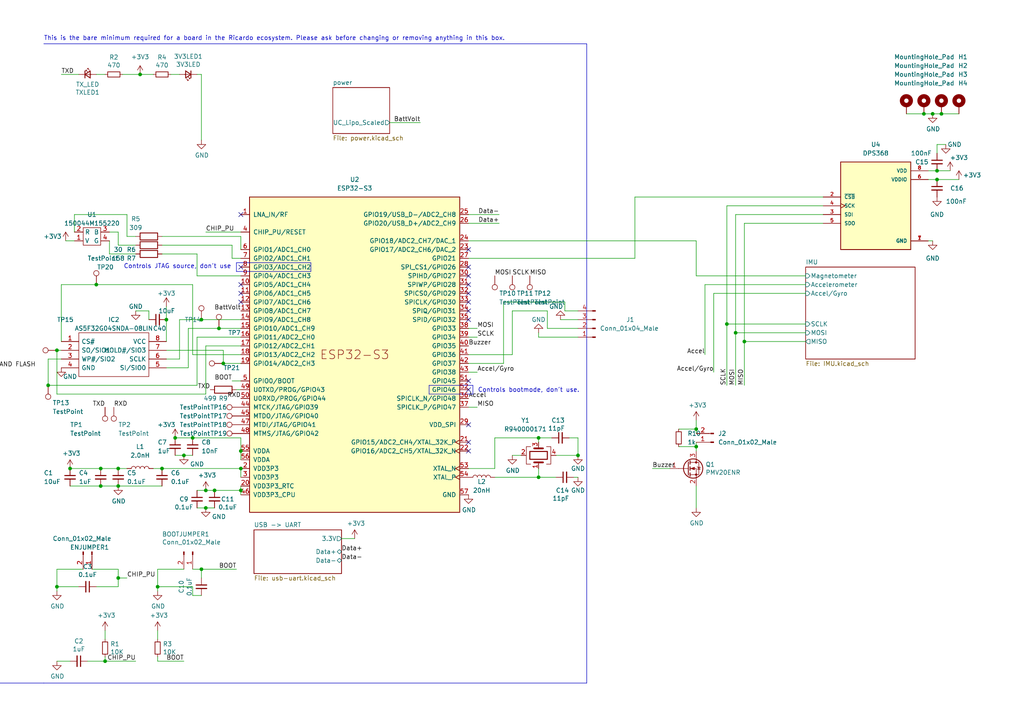
<source format=kicad_sch>
(kicad_sch (version 20231120) (generator "eeschema") (generator_version "8.0")
  (paper "A4")
  (lib_symbols
    (symbol "Connector:Conn_01x02_Male" (pin_names (offset 1.016) hide)
      (property "Reference" "J" (at 0 2.54 0))
      (property "Value" "Conn_01x02_Male" (at 0 -5.08 0))
      (symbol "Conn_01x02_Male_1_1"
        (polyline (pts (xy 1.27 -2.54) (xy 0.8636 -2.54)) (stroke (width 0.1524)))
        (polyline (pts (xy 1.27 0) (xy 0.8636 0)) (stroke (width 0.1524)))
        (rectangle (start 0.8636 -2.413) (end 0 -2.667) (stroke (width 0.1524)) (fill (type outline)))
        (rectangle (start 0.8636 0.127) (end 0 -0.127) (stroke (width 0.1524)) (fill (type outline)))
        (pin passive line (at 5.08 0 180) (length 3.81) (name "Pin_1") (number "1"))
        (pin passive line (at 5.08 -2.54 180) (length 3.81) (name "Pin_2") (number "2"))
      )
    )
    (symbol "Connector:Conn_01x04_Male" (pin_names (offset 1.016) hide)
      (property "Reference" "J" (at 0 5.08 0))
      (property "Value" "Conn_01x04_Male" (at 0 -7.62 0))
      (symbol "Conn_01x04_Male_1_1"
        (polyline (pts (xy 1.27 -5.08) (xy 0.8636 -5.08)) (stroke (width 0.1524)))
        (polyline (pts (xy 1.27 -2.54) (xy 0.8636 -2.54)) (stroke (width 0.1524)))
        (polyline (pts (xy 1.27 0) (xy 0.8636 0)) (stroke (width 0.1524)))
        (polyline (pts (xy 1.27 2.54) (xy 0.8636 2.54)) (stroke (width 0.1524)))
        (rectangle (start 0.8636 -4.953) (end 0 -5.207) (stroke (width 0.1524)) (fill (type outline)))
        (rectangle (start 0.8636 -2.413) (end 0 -2.667) (stroke (width 0.1524)) (fill (type outline)))
        (rectangle (start 0.8636 0.127) (end 0 -0.127) (stroke (width 0.1524)) (fill (type outline)))
        (rectangle (start 0.8636 2.667) (end 0 2.413) (stroke (width 0.1524)) (fill (type outline)))
        (pin passive line (at 5.08 2.54 180) (length 3.81) (name "Pin_1") (number "1"))
        (pin passive line (at 5.08 0 180) (length 3.81) (name "Pin_2") (number "2"))
        (pin passive line (at 5.08 -2.54 180) (length 3.81) (name "Pin_3") (number "3"))
        (pin passive line (at 5.08 -5.08 180) (length 3.81) (name "Pin_4") (number "4"))
      )
    )
    (symbol "Connector:TestPoint" (pin_numbers hide) (pin_names (offset 0.762) hide)
      (property "Reference" "TP" (at 0 6.858 0))
      (property "Value" "TestPoint" (at 0 5.08 0))
      (symbol "TestPoint_0_1"
        (circle (center 0 3.302) (radius 0.762))
      )
      (symbol "TestPoint_1_1"
        (pin passive line (at 0 0 90) (length 2.54) (name "1") (number "1"))
      )
    )
    (symbol "Custom_Components:DPS310" (pin_names (offset 1.016))
      (property "Reference" "U" (at -1.27 13.97 0))
      (property "Value" "DPS310" (at -3.81 19.05 0))
      (symbol "DPS310_0_0"
        (rectangle (start -10.16 -12.7) (end 10.16 12.7) (stroke (width 0.254)) (fill (type background)))
        (pin power_in line (at 15.24 -10.16 180) (length 5.08) (name "GND") (number "1"))
        (pin input line (at -15.24 2.54 0) (length 5.08) (name "~{CSB}") (number "2"))
        (pin bidirectional line (at -15.24 -2.54 0) (length 5.08) (name "SDI") (number "3"))
        (pin input clock (at -15.24 0 0) (length 5.08) (name "SCK") (number "4"))
        (pin output line (at -15.24 -5.08 0) (length 5.08) (name "SDO") (number "5"))
        (pin power_in line (at 15.24 7.62 180) (length 5.08) (name "VDDIO") (number "6"))
        (pin power_in line (at 15.24 -10.16 180) (length 5.08) (name "GND") (number "7"))
        (pin power_in line (at 15.24 10.16 180) (length 5.08) (name "VDD") (number "8"))
      )
    )
    (symbol "Device:C_Small" (pin_numbers hide) (pin_names (offset 0.254) hide)
      (property "Reference" "C" (at 0.254 1.778 0))
      (property "Value" "C_Small" (at 0.254 -2.032 0))
      (symbol "C_Small_0_1"
        (polyline (pts (xy -1.524 -0.508) (xy 1.524 -0.508)) (stroke (width 0.3302)))
        (polyline (pts (xy -1.524 0.508) (xy 1.524 0.508)) (stroke (width 0.3048)))
      )
      (symbol "C_Small_1_1"
        (pin passive line (at 0 2.54 270) (length 2.032) (name "~") (number "1"))
        (pin passive line (at 0 -2.54 90) (length 2.032) (name "~") (number "2"))
      )
    )
    (symbol "Device:Crystal_GND24" (pin_names (offset 1.016) hide)
      (property "Reference" "Y" (at 3.175 5.08 0))
      (property "Value" "Crystal_GND24" (at 3.175 3.175 0))
      (symbol "Crystal_GND24_0_1"
        (rectangle (start -1.143 2.54) (end 1.143 -2.54) (stroke (width 0.3048)))
        (polyline (pts (xy -2.54 0) (xy -2.032 0)))
        (polyline (pts (xy -2.032 -1.27) (xy -2.032 1.27)) (stroke (width 0.508)))
        (polyline (pts (xy 0 -3.81) (xy 0 -3.556)))
        (polyline (pts (xy 0 3.556) (xy 0 3.81)))
        (polyline (pts (xy 2.032 -1.27) (xy 2.032 1.27)) (stroke (width 0.508)))
        (polyline (pts (xy 2.032 0) (xy 2.54 0)))
        (polyline (pts (xy -2.54 -2.286) (xy -2.54 -3.556) (xy 2.54 -3.556) (xy 2.54 -2.286)))
        (polyline (pts (xy -2.54 2.286) (xy -2.54 3.556) (xy 2.54 3.556) (xy 2.54 2.286)))
      )
      (symbol "Crystal_GND24_1_1"
        (pin passive line (at -3.81 0 0) (length 1.27) (name "1") (number "1"))
        (pin passive line (at 0 5.08 270) (length 1.27) (name "2") (number "2"))
        (pin passive line (at 3.81 0 180) (length 1.27) (name "3") (number "3"))
        (pin passive line (at 0 -5.08 90) (length 1.27) (name "4") (number "4"))
      )
    )
    (symbol "Device:L" (pin_numbers hide) (pin_names (offset 1.016) hide)
      (property "Reference" "L" (at -1.27 0 90))
      (property "Value" "L" (at 1.905 0 90))
      (symbol "L_0_1"
        (arc (start 0 -2.54) (mid 0.6323 -1.905) (end 0 -1.27))
        (arc (start 0 -1.27) (mid 0.6323 -0.635) (end 0 0))
        (arc (start 0 0) (mid 0.6323 0.635) (end 0 1.27))
        (arc (start 0 1.27) (mid 0.6323 1.905) (end 0 2.54))
      )
      (symbol "L_1_1"
        (pin passive line (at 0 3.81 270) (length 1.27) (name "1") (number "1"))
        (pin passive line (at 0 -3.81 90) (length 1.27) (name "2") (number "2"))
      )
    )
    (symbol "Device:LED_Small" (pin_numbers hide) (pin_names (offset 0.254) hide)
      (property "Reference" "D" (at -1.27 3.175 0))
      (property "Value" "LED_Small" (at -4.445 -2.54 0))
      (symbol "LED_Small_0_1"
        (polyline (pts (xy -0.762 -1.016) (xy -0.762 1.016)) (stroke (width 0.254)))
        (polyline (pts (xy 1.016 0) (xy -0.762 0)))
        (polyline (pts (xy 0.762 -1.016) (xy -0.762 0) (xy 0.762 1.016) (xy 0.762 -1.016)) (stroke (width 0.254)))
        (polyline (pts (xy 0 0.762) (xy -0.508 1.27) (xy -0.254 1.27) (xy -0.508 1.27) (xy -0.508 1.016)))
        (polyline (pts (xy 0.508 1.27) (xy 0 1.778) (xy 0.254 1.778) (xy 0 1.778) (xy 0 1.524)))
      )
      (symbol "LED_Small_1_1"
        (pin passive line (at -2.54 0 0) (length 1.778) (name "K") (number "1"))
        (pin passive line (at 2.54 0 180) (length 1.778) (name "A") (number "2"))
      )
    )
    (symbol "Device:Q_NMOS_GSD" (pin_names (offset 0) hide)
      (property "Reference" "Q" (at 5.08 1.27 0))
      (property "Value" "Q_NMOS_GSD" (at 5.08 -1.27 0))
      (symbol "Q_NMOS_GSD_0_1"
        (polyline (pts (xy 0.254 0) (xy -2.54 0)))
        (polyline (pts (xy 0.254 1.905) (xy 0.254 -1.905)) (stroke (width 0.254)))
        (polyline (pts (xy 0.762 -1.27) (xy 0.762 -2.286)) (stroke (width 0.254)))
        (polyline (pts (xy 0.762 0.508) (xy 0.762 -0.508)) (stroke (width 0.254)))
        (polyline (pts (xy 0.762 2.286) (xy 0.762 1.27)) (stroke (width 0.254)))
        (polyline (pts (xy 2.54 2.54) (xy 2.54 1.778)))
        (polyline (pts (xy 2.54 -2.54) (xy 2.54 0) (xy 0.762 0)))
        (polyline (pts (xy 0.762 -1.778) (xy 3.302 -1.778) (xy 3.302 1.778) (xy 0.762 1.778)))
        (polyline (pts (xy 1.016 0) (xy 2.032 0.381) (xy 2.032 -0.381) (xy 1.016 0)) (fill (type outline)))
        (polyline (pts (xy 2.794 0.508) (xy 2.921 0.381) (xy 3.683 0.381) (xy 3.81 0.254)))
        (polyline (pts (xy 3.302 0.381) (xy 2.921 -0.254) (xy 3.683 -0.254) (xy 3.302 0.381)))
        (circle (center 1.651 0) (radius 2.794) (stroke (width 0.254)))
        (circle (center 2.54 -1.778) (radius 0.254) (fill (type outline)))
        (circle (center 2.54 1.778) (radius 0.254) (fill (type outline)))
      )
      (symbol "Q_NMOS_GSD_1_1"
        (pin input line (at -5.08 0 0) (length 2.54) (name "G") (number "1"))
        (pin passive line (at 2.54 -5.08 90) (length 2.54) (name "S") (number "2"))
        (pin passive line (at 2.54 5.08 270) (length 2.54) (name "D") (number "3"))
      )
    )
    (symbol "Device:R" (pin_numbers hide) (pin_names (offset 0))
      (property "Reference" "R" (at 2.032 0 90))
      (property "Value" "R" (at 0 0 90))
      (symbol "R_0_1"
        (rectangle (start -1.016 -2.54) (end 1.016 2.54) (stroke (width 0.254)))
      )
      (symbol "R_1_1"
        (pin passive line (at 0 3.81 270) (length 1.27) (name "~") (number "1"))
        (pin passive line (at 0 -3.81 90) (length 1.27) (name "~") (number "2"))
      )
    )
    (symbol "Device:R_Small" (pin_numbers hide) (pin_names (offset 0.254) hide)
      (property "Reference" "R" (at 0.762 0.508 0))
      (property "Value" "R_Small" (at 0.762 -1.016 0))
      (symbol "R_Small_0_1"
        (rectangle (start -0.762 1.778) (end 0.762 -1.778) (stroke (width 0.2032)))
      )
      (symbol "R_Small_1_1"
        (pin passive line (at 0 2.54 270) (length 0.762) (name "~") (number "1"))
        (pin passive line (at 0 -2.54 90) (length 0.762) (name "~") (number "2"))
      )
    )
    (symbol "Espressif:ESP32-S3" (pin_names (offset 1.016))
      (property "Reference" "U" (at 0 48.26 0))
      (property "Value" "ESP32-S3" (at 0 -48.26 0))
      (symbol "ESP32-S3_0_0"
        (text "ESP32-S3" (at 0 0 0) (effects (font (size 2.54 2.54))))
        (pin bidirectional line (at 33.02 -12.7 180) (length 2.54) (name "SPICLK_N/GPIO48") (number "36"))
        (pin bidirectional line (at 33.02 -15.24 180) (length 2.54) (name "SPICLK_P/GPIO47") (number "37"))
      )
      (symbol "ESP32-S3_0_1"
        (rectangle (start -30.48 45.72) (end 30.48 -45.72) (stroke (width 0.254)) (fill (type background)))
      )
      (symbol "ESP32-S3_1_1"
        (pin bidirectional line (at -33.02 40.64 0) (length 2.54) (name "LNA_IN/RF") (number "1"))
        (pin bidirectional line (at -33.02 20.32 0) (length 2.54) (name "GPIO5/ADC1_CH4") (number "10"))
        (pin bidirectional line (at -33.02 17.78 0) (length 2.54) (name "GPIO6/ADC1_CH5") (number "11"))
        (pin bidirectional line (at -33.02 15.24 0) (length 2.54) (name "GPIO7/ADC1_CH6") (number "12"))
        (pin bidirectional line (at -33.02 12.7 0) (length 2.54) (name "GPIO8/ADC1_CH7") (number "13"))
        (pin bidirectional line (at -33.02 10.16 0) (length 2.54) (name "GPIO9/ADC1_CH8") (number "14"))
        (pin bidirectional line (at -33.02 7.62 0) (length 2.54) (name "GPIO10/ADC1_CH9") (number "15"))
        (pin bidirectional line (at -33.02 5.08 0) (length 2.54) (name "GPIO11/ADC2_CH0") (number "16"))
        (pin bidirectional line (at -33.02 2.54 0) (length 2.54) (name "GPIO12/ADC2_CH1") (number "17"))
        (pin bidirectional line (at -33.02 0 0) (length 2.54) (name "GPIO13/ADC2_CH2") (number "18"))
        (pin bidirectional line (at -33.02 -2.54 0) (length 2.54) (name "GPIO14/ADC2_CH3") (number "19"))
        (pin power_in line (at -33.02 -33.02 0) (length 2.54) (name "VDD3P3") (number "2"))
        (pin power_in line (at -33.02 -38.1 0) (length 2.54) (name "VDD3P3_RTC") (number "20"))
        (pin input clock (at 33.02 -25.4 180) (length 2.54) (name "GPIO15/ADC2_CH4/XTAL_32K_P") (number "21"))
        (pin output clock (at 33.02 -27.94 180) (length 2.54) (name "GPIO16/ADC2_CH5/XTAL_32K_N") (number "22"))
        (pin bidirectional line (at 33.02 30.48 180) (length 2.54) (name "GPIO17/ADC2_CH6/DAC_2") (number "23"))
        (pin bidirectional line (at 33.02 33.02 180) (length 2.54) (name "GPIO18/ADC2_CH7/DAC_1") (number "24"))
        (pin bidirectional line (at 33.02 40.64 180) (length 2.54) (name "GPIO19/USB_D-/ADC2_CH8") (number "25"))
        (pin bidirectional line (at 33.02 38.1 180) (length 2.54) (name "GPIO20/USB_D+/ADC2_CH9") (number "26"))
        (pin bidirectional line (at 33.02 27.94 180) (length 2.54) (name "GPIO21") (number "27"))
        (pin bidirectional line (at 33.02 25.4 180) (length 2.54) (name "SPI_CS1/GPIO26") (number "28"))
        (pin power_out line (at 33.02 -20.32 180) (length 2.54) (name "VDD_SPI") (number "29"))
        (pin power_in line (at -33.02 -35.56 0) (length 2.54) (name "VDD3P3") (number "3"))
        (pin bidirectional line (at 33.02 22.86 180) (length 2.54) (name "SPIHD/GPIO27") (number "30"))
        (pin bidirectional line (at 33.02 20.32 180) (length 2.54) (name "SPIWP/GPIO28") (number "31"))
        (pin bidirectional line (at 33.02 17.78 180) (length 2.54) (name "SPICS0/GPIO29") (number "32"))
        (pin bidirectional line (at 33.02 15.24 180) (length 2.54) (name "SPICLK/GPIO30") (number "33"))
        (pin bidirectional line (at 33.02 12.7 180) (length 2.54) (name "SPIQ/GPIO31") (number "34"))
        (pin bidirectional line (at 33.02 10.16 180) (length 2.54) (name "SPID/GPIO32") (number "35"))
        (pin bidirectional line (at 33.02 7.62 180) (length 2.54) (name "GPIO33") (number "38"))
        (pin bidirectional line (at 33.02 5.08 180) (length 2.54) (name "GPIO34") (number "39"))
        (pin input line (at -33.02 35.56 0) (length 2.54) (name "CHIP_PU/RESET") (number "4"))
        (pin bidirectional line (at 33.02 2.54 180) (length 2.54) (name "GPIO35") (number "40"))
        (pin bidirectional line (at 33.02 0 180) (length 2.54) (name "GPIO36") (number "41"))
        (pin bidirectional line (at 33.02 -2.54 180) (length 2.54) (name "GPIO37") (number "42"))
        (pin bidirectional line (at 33.02 -5.08 180) (length 2.54) (name "GPIO38") (number "43"))
        (pin bidirectional line (at -33.02 -15.24 0) (length 2.54) (name "MTCK/JTAG/GPIO39") (number "44"))
        (pin bidirectional line (at -33.02 -17.78 0) (length 2.54) (name "MTDO/JTAG/GPIO40") (number "45"))
        (pin power_in line (at -33.02 -40.64 0) (length 2.54) (name "VDD3P3_CPU") (number "46"))
        (pin bidirectional line (at -33.02 -20.32 0) (length 2.54) (name "MTDI/JTAG/GPIO41") (number "47"))
        (pin bidirectional line (at -33.02 -22.86 0) (length 2.54) (name "MTMS/JTAG/GPIO42") (number "48"))
        (pin bidirectional line (at -33.02 -10.16 0) (length 2.54) (name "U0TXD/PROG/GPIO43") (number "49"))
        (pin bidirectional line (at -33.02 -7.62 0) (length 2.54) (name "GPIO0/BOOT") (number "5"))
        (pin bidirectional line (at -33.02 -12.7 0) (length 2.54) (name "U0RXD/PROG/GPIO44") (number "50"))
        (pin bidirectional line (at 33.02 -7.62 180) (length 2.54) (name "GPIO45") (number "51"))
        (pin bidirectional line (at 33.02 -10.16 180) (length 2.54) (name "GPIO46") (number "52"))
        (pin input clock (at 33.02 -33.02 180) (length 2.54) (name "XTAL_N") (number "53"))
        (pin output clock (at 33.02 -35.56 180) (length 2.54) (name "XTAL_P") (number "54"))
        (pin power_in line (at -33.02 -27.94 0) (length 2.54) (name "VDDA") (number "55"))
        (pin power_in line (at -33.02 -30.48 0) (length 2.54) (name "VDDA") (number "56"))
        (pin power_in line (at 33.02 -40.64 180) (length 2.54) (name "GND") (number "57"))
        (pin bidirectional line (at -33.02 30.48 0) (length 2.54) (name "GPIO1/ADC1_CH0") (number "6"))
        (pin bidirectional line (at -33.02 27.94 0) (length 2.54) (name "GPIO2/ADC1_CH1") (number "7"))
        (pin bidirectional line (at -33.02 25.4 0) (length 2.54) (name "GPIO3/ADC1_CH2") (number "8"))
        (pin bidirectional line (at -33.02 22.86 0) (length 2.54) (name "GPIO4/ADC1_CH3") (number "9"))
      )
    )
    (symbol "Mechanical:MountingHole_Pad" (pin_numbers hide) (pin_names (offset 1.016) hide)
      (property "Reference" "H" (at 0 6.35 0))
      (property "Value" "MountingHole_Pad" (at 0 4.445 0))
      (symbol "MountingHole_Pad_0_1"
        (circle (center 0 1.27) (radius 1.27) (stroke (width 1.27)))
      )
      (symbol "MountingHole_Pad_1_1"
        (pin input line (at 0 -2.54 90) (length 2.54) (name "1") (number "1"))
      )
    )
    (symbol "XTSD08GLGEAG_1" (pin_names (offset 0.762))
      (property "Reference" "IC2" (at 15.24 6.35 0))
      (property "Value" "AS5F32G04SNDA-08LIN" (at 15.24 3.81 0))
      (symbol "XTSD08GLGEAG_1_0_1"
        (polyline (pts (xy 5.08 2.54) (xy 25.4 2.54) (xy 25.4 -10.16) (xy 5.08 -10.16) (xy 5.08 2.54)) (stroke (width 0.1524)))
      )
      (symbol "XTSD08GLGEAG_1_1_0"
        (pin input line (at 0 0 0) (length 5.08) (name "CS#") (number "1"))
        (pin bidirectional line (at 0 -2.54 0) (length 5.08) (name "SO/SIO1") (number "2"))
        (pin bidirectional line (at 0 -5.08 0) (length 5.08) (name "WP#/SIO2") (number "3"))
        (pin power_out line (at 0 -7.62 0) (length 5.08) (name "GND") (number "4"))
        (pin bidirectional line (at 30.48 -7.62 180) (length 5.08) (name "SI/SIO0") (number "5"))
        (pin input line (at 30.48 -5.08 180) (length 5.08) (name "SCLK") (number "6"))
        (pin bidirectional line (at 30.48 -2.54 180) (length 5.08) (name "HOLD#/SIO3") (number "7"))
        (pin power_in line (at 30.48 0 180) (length 5.08) (name "VCC") (number "8"))
      )
    )
    (symbol "iclr:150044M155220"
      (property "Reference" "U1" (at 0 6.35 0))
      (property "Value" "150044M155220" (at 0 3.81 0))
      (symbol "150044M155220_0_1"
        (rectangle (start -2.54 2.54) (end 2.54 -2.54))
      )
      (symbol "150044M155220_1_1"
        (pin power_in line (at -5.08 -1.27 0) (length 2.54) (name "V") (number "1"))
        (pin power_out line (at -5.08 1.27 0) (length 2.54) (name "R") (number "2"))
        (pin power_out line (at 5.08 1.27 180) (length 2.54) (name "B") (number "3"))
        (pin power_out line (at 5.08 -1.27 180) (length 2.54) (name "G") (number "4"))
      )
    )
    (symbol "power:+3.3V" (power) (pin_names (offset 0))
      (property "Value" "+3.3V" (at 0 3.556 0))
      (symbol "+3.3V_0_1"
        (polyline (pts (xy -0.762 1.27) (xy 0 2.54)))
        (polyline (pts (xy 0 0) (xy 0 2.54)))
        (polyline (pts (xy 0 2.54) (xy 0.762 1.27)))
      )
      (symbol "+3.3V_1_1"
        (pin power_in line (at 0 0 90) (length 0) hide (name "+3V3") (number "1"))
      )
    )
    (symbol "power:+3V3" (power) (pin_names (offset 0))
      (property "Value" "+3V3" (at 0 3.556 0))
      (symbol "+3V3_0_1"
        (polyline (pts (xy -0.762 1.27) (xy 0 2.54)))
        (polyline (pts (xy 0 0) (xy 0 2.54)))
        (polyline (pts (xy 0 2.54) (xy 0.762 1.27)))
      )
      (symbol "+3V3_1_1"
        (pin power_in line (at 0 0 90) (length 0) hide (name "+3V3") (number "1"))
      )
    )
    (symbol "power:GND" (power) (pin_names (offset 0))
      (property "Value" "GND" (at 0 -3.81 0))
      (symbol "GND_0_1"
        (polyline (pts (xy 0 0) (xy 0 -1.27) (xy 1.27 -1.27) (xy 0 -2.54) (xy -1.27 -1.27) (xy 0 -1.27)))
      )
      (symbol "GND_1_1"
        (pin power_in line (at 0 0 270) (length 0) hide (name "GND") (number "1"))
      )
    )
  )
  (junction (at 59.69 142.24))
  (junction (at 58.42 92.71))
  (junction (at 34.29 167.64))
  (junction (at 63.5 95.25))
  (junction (at 16.51 101.6))
  (junction (at 48.26 92.71))
  (junction (at 30.48 191.77))
  (junction (at 213.36 96.52))
  (junction (at 58.42 165.1))
  (junction (at 271.78 49.53))
  (junction (at 210.82 93.98))
  (junction (at 69.85 142.24))
  (junction (at 270.51 33.02))
  (junction (at 215.9 99.06))
  (junction (at 55.88 127))
  (junction (at 201.93 124.46))
  (junction (at 267.97 33.02))
  (junction (at 59.69 147.32))
  (junction (at 62.23 142.24))
  (junction (at 201.93 129.54))
  (junction (at 34.29 135.89))
  (junction (at 20.32 135.89))
  (junction (at 45.72 170.18))
  (junction (at 29.21 135.89))
  (junction (at 13.97 111.76))
  (junction (at 64.77 105.41))
  (junction (at 34.29 140.97))
  (junction (at 156.21 127))
  (junction (at 273.05 33.02))
  (junction (at 53.34 132.08))
  (junction (at 156.21 138.43))
  (junction (at 69.85 130.81))
  (junction (at 29.21 140.97))
  (junction (at 16.51 170.18))
  (junction (at 50.8 127))
  (junction (at 167.64 132.08))
  (junction (at 27.94 82.55))
  (junction (at 46.99 135.89))
  (junction (at 69.85 135.89))
  (junction (at 40.64 21.59))
  (junction (at 271.78 52.07))
  (no_connect (at 69.85 77.47))
  (no_connect (at 69.85 82.55))
  (no_connect (at 135.89 77.47))
  (no_connect (at 135.89 128.27))
  (no_connect (at 135.89 130.81))
  (no_connect (at 135.89 72.39))
  (no_connect (at 135.89 113.03))
  (no_connect (at 69.85 62.23))
  (no_connect (at 135.89 82.55))
  (no_connect (at 135.89 85.09))
  (no_connect (at 135.89 87.63))
  (no_connect (at 135.89 90.17))
  (no_connect (at 135.89 92.71))
  (no_connect (at 135.89 110.49))
  (no_connect (at 135.89 80.01))
  (no_connect (at 135.89 123.19))
  (no_connect (at 69.85 85.09))
  (no_connect (at 69.85 87.63))
  (wire (pts (xy 135.89 102.87) (xy 148.59 102.87)))
  (wire (pts (xy 184.15 57.15) (xy 238.76 57.15)))
  (wire (pts (xy 67.31 74.93) (xy 69.85 74.93)))
  (wire (pts (xy 30.48 191.77) (xy 30.48 190.5)))
  (wire (pts (xy 135.89 62.23) (xy 144.78 62.23)))
  (wire (pts (xy 269.24 69.85) (xy 270.51 69.85)))
  (wire (pts (xy 201.93 69.85) (xy 201.93 80.01)))
  (wire (pts (xy 201.93 129.54) (xy 201.93 130.81)))
  (wire (pts (xy 135.89 97.79) (xy 138.43 97.79)))
  (wire (pts (xy 69.85 135.89) (xy 69.85 138.43)))
  (wire (pts (xy 167.64 95.25) (xy 158.75 95.25)))
  (wire (pts (xy 48.26 92.71) (xy 48.26 99.06)))
  (wire (pts (xy 17.78 82.55) (xy 27.94 82.55)))
  (polyline (pts (xy 90.17 78.74) (xy 68.58 78.74)))
  (wire (pts (xy 43.18 90.17) (xy 43.18 92.71)))
  (polyline (pts (xy 68.58 76.2) (xy 68.58 78.74)))
  (wire (pts (xy 210.82 111.76) (xy 210.82 93.98)))
  (wire (pts (xy 16.51 191.77) (xy 20.32 191.77)))
  (wire (pts (xy 13.97 111.76) (xy 57.15 111.76)))
  (wire (pts (xy 160.02 127) (xy 156.21 127)))
  (wire (pts (xy 45.72 165.1) (xy 53.34 165.1)))
  (wire (pts (xy 58.42 21.59) (xy 57.15 21.59)))
  (wire (pts (xy 146.05 105.41) (xy 135.89 105.41)))
  (wire (pts (xy 29.21 135.89) (xy 34.29 135.89)))
  (wire (pts (xy 271.78 49.53) (xy 275.59 49.53)))
  (wire (pts (xy 196.85 129.54) (xy 201.93 129.54)))
  (wire (pts (xy 143.51 138.43) (xy 156.21 138.43)))
  (wire (pts (xy 67.31 110.49) (xy 69.85 110.49)))
  (polyline (pts (xy -172.72 198.12) (xy 12.7 198.12)))
  (wire (pts (xy 34.29 67.31) (xy 31.75 67.31)))
  (wire (pts (xy 215.9 99.06) (xy 215.9 111.76)))
  (wire (pts (xy 16.51 101.6) (xy 16.51 114.3)))
  (wire (pts (xy 64.77 105.41) (xy 64.77 101.6)))
  (wire (pts (xy 16.51 170.18) (xy 16.51 171.45)))
  (wire (pts (xy 273.05 33.02) (xy 270.51 33.02)))
  (polyline (pts (xy 137.16 111.76) (xy 137.16 114.3)))
  (wire (pts (xy 68.58 113.03) (xy 69.85 113.03)))
  (wire (pts (xy 54.61 95.25) (xy 54.61 106.68)))
  (wire (pts (xy 27.94 21.59) (xy 30.48 21.59)))
  (wire (pts (xy 16.51 165.1) (xy 16.51 170.18)))
  (wire (pts (xy 135.89 74.93) (xy 184.15 74.93)))
  (wire (pts (xy 161.29 132.08) (xy 167.64 132.08)))
  (wire (pts (xy 34.29 71.12) (xy 39.37 71.12)))
  (wire (pts (xy 36.83 68.58) (xy 39.37 68.58)))
  (wire (pts (xy 271.78 52.07) (xy 278.13 52.07)))
  (wire (pts (xy 30.48 182.88) (xy 30.48 185.42)))
  (wire (pts (xy 57.15 147.32) (xy 59.69 147.32)))
  (polyline (pts (xy 68.58 76.2) (xy 90.17 76.2)))
  (wire (pts (xy 34.29 135.89) (xy 36.83 135.89)))
  (wire (pts (xy 69.85 142.24) (xy 69.85 143.51)))
  (wire (pts (xy 207.01 85.09) (xy 207.01 107.95)))
  (wire (pts (xy 13.97 104.14) (xy 17.78 104.14)))
  (wire (pts (xy 62.23 142.24) (xy 69.85 142.24)))
  (wire (pts (xy 204.47 82.55) (xy 204.47 102.87)))
  (wire (pts (xy 53.34 132.08) (xy 55.88 132.08)))
  (wire (pts (xy 36.83 62.23) (xy 21.59 62.23)))
  (wire (pts (xy 143.51 135.89) (xy 143.51 127)))
  (wire (pts (xy 39.37 90.17) (xy 43.18 90.17)))
  (wire (pts (xy 269.24 49.53) (xy 271.78 49.53)))
  (wire (pts (xy 156.21 127) (xy 156.21 128.27)))
  (wire (pts (xy 34.29 167.64) (xy 36.83 167.64)))
  (wire (pts (xy 210.82 59.69) (xy 238.76 59.69)))
  (wire (pts (xy 50.8 132.08) (xy 53.34 132.08)))
  (wire (pts (xy 36.83 68.58) (xy 36.83 62.23)))
  (polyline (pts (xy 124.46 111.76) (xy 124.46 114.3)))
  (wire (pts (xy 54.61 95.25) (xy 63.5 95.25)))
  (wire (pts (xy 48.26 88.9) (xy 48.26 92.71)))
  (wire (pts (xy 48.26 104.14) (xy 52.07 104.14)))
  (wire (pts (xy 48.26 101.6) (xy 64.77 101.6)))
  (wire (pts (xy 21.59 62.23) (xy 21.59 67.31)))
  (polyline (pts (xy 12.7 12.7) (xy 170.18 12.7)))
  (wire (pts (xy 215.9 64.77) (xy 238.76 64.77)))
  (wire (pts (xy 215.9 99.06) (xy 233.68 99.06)))
  (wire (pts (xy 55.88 170.18) (xy 55.88 172.72)))
  (wire (pts (xy 167.64 90.17) (xy 163.83 90.17)))
  (wire (pts (xy 44.45 135.89) (xy 46.99 135.89)))
  (wire (pts (xy 16.51 101.6) (xy 17.78 101.6)))
  (wire (pts (xy 69.85 130.81) (xy 69.85 133.35)))
  (wire (pts (xy 201.93 121.92) (xy 201.93 124.46)))
  (wire (pts (xy 19.05 69.85) (xy 21.59 69.85)))
  (wire (pts (xy 22.86 170.18) (xy 16.51 170.18)))
  (wire (pts (xy 113.03 35.56) (xy 121.92 35.56)))
  (wire (pts (xy 34.29 67.31) (xy 34.29 71.12)))
  (wire (pts (xy 48.26 106.68) (xy 54.61 106.68)))
  (wire (pts (xy 213.36 96.52) (xy 233.68 96.52)))
  (wire (pts (xy 17.78 21.59) (xy 22.86 21.59)))
  (wire (pts (xy 270.51 33.02) (xy 267.97 33.02)))
  (wire (pts (xy 46.99 73.66) (xy 57.15 73.66)))
  (wire (pts (xy 55.88 170.18) (xy 45.72 170.18)))
  (wire (pts (xy 210.82 93.98) (xy 210.82 59.69)))
  (wire (pts (xy 58.42 165.1) (xy 58.42 167.64)))
  (wire (pts (xy 34.29 167.64) (xy 34.29 165.1)))
  (wire (pts (xy 278.13 33.02) (xy 273.05 33.02)))
  (wire (pts (xy 135.89 118.11) (xy 138.43 118.11)))
  (wire (pts (xy 207.01 85.09) (xy 233.68 85.09)))
  (wire (pts (xy 271.78 44.45) (xy 271.78 41.91)))
  (wire (pts (xy 29.21 140.97) (xy 34.29 140.97)))
  (wire (pts (xy 35.56 21.59) (xy 40.64 21.59)))
  (wire (pts (xy 167.64 92.71) (xy 162.56 92.71)))
  (wire (pts (xy 55.88 127) (xy 69.85 127)))
  (wire (pts (xy 46.99 68.58) (xy 69.85 68.58)))
  (wire (pts (xy 46.99 71.12) (xy 67.31 71.12)))
  (wire (pts (xy 148.59 90.17) (xy 148.59 102.87)))
  (wire (pts (xy 55.88 82.55) (xy 55.88 102.87)))
  (wire (pts (xy 69.85 127) (xy 69.85 130.81)))
  (wire (pts (xy 59.69 100.33) (xy 69.85 100.33)))
  (polyline (pts (xy 137.16 114.3) (xy 124.46 114.3)))
  (wire (pts (xy 269.24 52.07) (xy 271.78 52.07)))
  (wire (pts (xy 135.89 69.85) (xy 201.93 69.85)))
  (wire (pts (xy 213.36 62.23) (xy 238.76 62.23)))
  (wire (pts (xy 55.88 165.1) (xy 58.42 165.1)))
  (wire (pts (xy 25.4 191.77) (xy 30.48 191.77)))
  (wire (pts (xy 135.89 135.89) (xy 143.51 135.89)))
  (wire (pts (xy 45.72 170.18) (xy 45.72 171.45)))
  (wire (pts (xy 45.72 191.77) (xy 45.72 190.5)))
  (wire (pts (xy 34.29 167.64) (xy 34.29 170.18)))
  (wire (pts (xy 49.53 21.59) (xy 52.07 21.59)))
  (wire (pts (xy 184.15 74.93) (xy 184.15 57.15)))
  (wire (pts (xy 148.59 132.08) (xy 151.13 132.08)))
  (wire (pts (xy 210.82 93.98) (xy 233.68 93.98)))
  (wire (pts (xy 213.36 62.23) (xy 213.36 96.52)))
  (wire (pts (xy 58.42 21.59) (xy 58.42 40.64)))
  (wire (pts (xy 215.9 64.77) (xy 215.9 99.06)))
  (wire (pts (xy 161.29 138.43) (xy 156.21 138.43)))
  (wire (pts (xy 40.64 21.59) (xy 44.45 21.59)))
  (wire (pts (xy 201.93 80.01) (xy 233.68 80.01)))
  (wire (pts (xy 52.07 92.71) (xy 52.07 104.14)))
  (wire (pts (xy 57.15 97.79) (xy 57.15 111.76)))
  (wire (pts (xy 57.15 80.01) (xy 69.85 80.01)))
  (wire (pts (xy 55.88 102.87) (xy 69.85 102.87)))
  (wire (pts (xy 69.85 68.58) (xy 69.85 72.39)))
  (wire (pts (xy 59.69 67.31) (xy 69.85 67.31)))
  (wire (pts (xy 156.21 97.79) (xy 167.64 97.79)))
  (wire (pts (xy 148.59 90.17) (xy 158.75 90.17)))
  (wire (pts (xy 213.36 96.52) (xy 213.36 111.76)))
  (wire (pts (xy 55.88 172.72) (xy 58.42 172.72)))
  (wire (pts (xy 53.34 191.77) (xy 45.72 191.77)))
  (wire (pts (xy 31.75 73.66) (xy 39.37 73.66)))
  (wire (pts (xy 31.75 69.85) (xy 31.75 73.66)))
  (wire (pts (xy 204.47 82.55) (xy 233.68 82.55)))
  (wire (pts (xy 69.85 105.41) (xy 64.77 105.41)))
  (wire (pts (xy 27.94 82.55) (xy 55.88 82.55)))
  (wire (pts (xy 196.85 124.46) (xy 201.93 124.46)))
  (wire (pts (xy 156.21 135.89) (xy 156.21 138.43)))
  (wire (pts (xy 17.78 99.06) (xy 17.78 82.55)))
  (polyline (pts (xy 90.17 76.2) (xy 90.17 78.74)))
  (wire (pts (xy 59.69 100.33) (xy 59.69 114.3)))
  (wire (pts (xy 143.51 127) (xy 156.21 127)))
  (wire (pts (xy 52.07 92.71) (xy 58.42 92.71)))
  (wire (pts (xy 57.15 73.66) (xy 57.15 80.01)))
  (wire (pts (xy 99.06 156.21) (xy 102.87 156.21)))
  (wire (pts (xy 167.64 138.43) (xy 166.37 138.43)))
  (wire (pts (xy 20.32 135.89) (xy 29.21 135.89)))
  (wire (pts (xy 201.93 128.27) (xy 201.93 129.54)))
  (wire (pts (xy 167.64 127) (xy 167.64 132.08)))
  (wire (pts (xy 67.31 71.12) (xy 67.31 74.93)))
  (wire (pts (xy 13.97 111.76) (xy 13.97 104.14)))
  (polyline (pts (xy 124.46 111.76) (xy 137.16 111.76)))
  (wire (pts (xy 59.69 147.32) (xy 62.23 147.32)))
  (wire (pts (xy 267.97 33.02) (xy 262.89 33.02)))
  (wire (pts (xy 146.05 87.63) (xy 163.83 87.63)))
  (wire (pts (xy 69.85 97.79) (xy 57.15 97.79)))
  (wire (pts (xy 194.31 135.89) (xy 189.23 135.89)))
  (wire (pts (xy 30.48 191.77) (xy 39.37 191.77)))
  (wire (pts (xy 58.42 165.1) (xy 68.58 165.1)))
  (wire (pts (xy 50.8 127) (xy 55.88 127)))
  (wire (pts (xy 201.93 140.97) (xy 201.93 147.32)))
  (wire (pts (xy 271.78 41.91) (xy 274.32 41.91)))
  (wire (pts (xy 46.99 135.89) (xy 69.85 135.89)))
  (wire (pts (xy 146.05 87.63) (xy 146.05 105.41)))
  (polyline (pts (xy 170.18 12.7) (xy 170.18 198.12)))
  (wire (pts (xy 158.75 95.25) (xy 158.75 90.17)))
  (wire (pts (xy 34.29 140.97) (xy 46.99 140.97)))
  (wire (pts (xy 156.21 97.79) (xy 156.21 96.52)))
  (wire (pts (xy 16.51 114.3) (xy 59.69 114.3)))
  (wire (pts (xy 163.83 90.17) (xy 163.83 87.63)))
  (wire (pts (xy 58.42 92.71) (xy 69.85 92.71)))
  (wire (pts (xy 135.89 64.77) (xy 144.78 64.77)))
  (wire (pts (xy 63.5 95.25) (xy 69.85 95.25)))
  (wire (pts (xy 27.94 170.18) (xy 34.29 170.18)))
  (wire (pts (xy 45.72 165.1) (xy 45.72 170.18)))
  (wire (pts (xy 59.69 142.24) (xy 62.23 142.24)))
  (wire (pts (xy 57.15 142.24) (xy 59.69 142.24)))
  (wire (pts (xy 20.32 140.97) (xy 29.21 140.97)))
  (wire (pts (xy 69.85 142.24) (xy 69.85 140.97)))
  (wire (pts (xy 167.64 127) (xy 165.1 127)))
  (wire (pts (xy 26.67 165.1) (xy 34.29 165.1)))
  (wire (pts (xy 45.72 182.88) (xy 45.72 185.42)))
  (wire (pts (xy 16.51 165.1) (xy 24.13 165.1)))
  (wire (pts (xy 201.93 124.46) (xy 201.93 125.73)))
  (wire (pts (xy 138.43 107.95) (xy 135.89 107.95)))
  (polyline (pts (xy 170.18 198.12) (xy 12.7 198.12)))
  (wire (pts (xy 135.89 95.25) (xy 138.43 95.25)))
  (text "Controls bootmode, don't use.\n" (at 138.5894 113.9757 0) (effects (font (size 1.27 1.27)) (justify left bottom)))
  (text "This is the bare minimum required for a board in the Ricardo ecosystem. Please ask before changing or removing anything in this box.\n\n" (at 12.7 13.97 0) (effects (font (size 1.27 1.27)) (justify left bottom)))
  (text "Controls JTAG source, don't use\n" (at 67.0857 78.0878 0) (effects (font (size 1.27 1.27)) (justify right bottom)))
  (label "MISO" (at 138.43 118.11 0))
  (label "This is the 2GB SPI NAND FLASH" (at -21.59 106.68 0))
  (label "TXD" (at 60.96 113.03 180))
  (label "CHIP_PU" (at 36.83 167.64 0))
  (label "TXD" (at 30.48 118.11 180))
  (label "Accel{slash}Gyro" (at 138.43 107.95 0))
  (label "RXD" (at 69.85 115.57 180))
  (label "SCLK" (at 138.43 97.79 0))
  (label "Accel{slash}Gyro" (at 207.01 107.95 180))
  (label "Data+" (at 99.06 160.02 0))
  (label "RXD" (at 33.02 118.11 0))
  (label "SCLK" (at 210.82 111.76 90))
  (label "Data-" (at 99.06 162.56 0))
  (label "BOOT" (at 53.34 191.77 180))
  (label "MISO" (at 153.67 80.01 0))
  (label "Accel" (at 135.89 115.57 0))
  (label "BOOT" (at 68.58 165.1 180))
  (label "MOSI" (at 138.43 95.25 0))
  (label "MISO" (at 215.9 111.76 90))
  (label "BattVolt" (at 69.85 90.17 180))
  (label "BOOT" (at 67.31 110.49 180))
  (label "Buzzer" (at 135.89 100.33 0))
  (label "MOSI" (at 143.51 80.01 0))
  (label "CHIP_PU" (at 59.69 67.31 0))
  (label "Data+" (at 144.78 64.77 180))
  (label "Data-" (at 144.78 62.23 180))
  (label "MOSI" (at 213.36 111.76 90))
  (label "Accel" (at 204.47 102.87 180))
  (label "BattVolt" (at 121.92 35.56 180))
  (label "TXD" (at 17.78 21.59 0))
  (label "Buzzer" (at 189.23 135.89 0))
  (label "CHIP_PU" (at 39.37 191.77 180))
  (label "SCLK" (at 148.59 80.01 0))
  (symbol (lib_id "power:+3.3V") (at 30.48 182.88 0) (unit 1)
    (property "Reference" "#PWR06" (effects (hide yes)))
    (property "Value" "+3V3" (at 30.861 178.4858 0))
  )
  (symbol (lib_id "Device:R_Small") (at 30.48 187.96 0) (unit 1)
    (property "Reference" "R1" (at 31.9786 186.7916 0) (effects (justify left)))
    (property "Value" "10K" (at 31.9786 189.103 0) (effects (justify left)))
    (property "Footprint" "Resistor_SMD:R_0402_1005Metric" (effects (hide yes)))
  )
  (symbol (lib_id "Device:C_Small") (at 22.86 191.77 270) (unit 1)
    (property "Reference" "C2" (at 22.86 185.9534 90))
    (property "Value" "1uF" (at 22.86 188.2648 90))
    (property "Footprint" "Capacitor_SMD:C_0402_1005Metric" (effects (hide yes)))
  )
  (symbol (lib_id "power:GND") (at 16.51 191.77 0) (unit 1)
    (property "Reference" "#PWR02" (effects (hide yes)))
    (property "Value" "GND" (at 16.637 196.1642 0))
  )
  (symbol (lib_id "power:+3.3V") (at 45.72 182.88 0) (unit 1)
    (property "Reference" "#PWR011" (effects (hide yes)))
    (property "Value" "+3V3" (at 46.101 178.4858 0))
  )
  (symbol (lib_id "Device:R_Small") (at 45.72 187.96 0) (unit 1)
    (property "Reference" "R3" (at 47.2186 186.7916 0) (effects (justify left)))
    (property "Value" "10K" (at 47.2186 189.103 0) (effects (justify left)))
    (property "Footprint" "Resistor_SMD:R_0402_1005Metric" (effects (hide yes)))
  )
  (symbol (lib_id "power:GND") (at 45.72 171.45 0) (unit 1)
    (property "Reference" "#PWR010" (effects (hide yes)))
    (property "Value" "GND" (at 45.847 175.8442 0))
  )
  (symbol (lib_id "Device:C_Small") (at 58.42 170.18 0) (unit 1)
    (property "Reference" "C10" (at 52.6034 170.18 90))
    (property "Value" "0.1uF" (at 54.9148 170.18 90))
    (property "Footprint" "Capacitor_SMD:C_0402_1005Metric" (effects (hide yes)))
  )
  (symbol (lib_id "power:GND") (at 16.51 171.45 0) (unit 1)
    (property "Reference" "#PWR01" (effects (hide yes)))
    (property "Value" "GND" (at 16.637 175.8442 0))
  )
  (symbol (lib_id "Device:C_Small") (at 25.4 170.18 270) (unit 1)
    (property "Reference" "C3" (at 25.4 164.3634 90))
    (property "Value" "0.1uF" (at 25.4 166.6748 90))
    (property "Footprint" "Capacitor_SMD:C_0402_1005Metric" (effects (hide yes)))
  )
  (symbol (lib_id "Device:LED_Small") (at 25.4 21.59 0) (unit 1)
    (property "Reference" "TXLED1" (at 25.4 26.797 0))
    (property "Value" "TX_LED" (at 25.4 24.4856 0))
    (property "Footprint" "Resistor_SMD:R_0402_1005Metric" (effects (hide yes)))
  )
  (symbol (lib_id "Device:R_Small") (at 33.02 21.59 270) (unit 1)
    (property "Reference" "R2" (at 33.02 16.6116 90))
    (property "Value" "470" (at 33.02 18.923 90))
    (property "Footprint" "Resistor_SMD:R_0402_1005Metric" (effects (hide yes)))
  )
  (symbol (lib_id "power:GND") (at 58.42 40.64 0) (unit 1)
    (property "Reference" "#PWR015" (effects (hide yes)))
    (property "Value" "GND" (at 58.547 45.0342 0))
  )
  (symbol (lib_id "Device:LED_Small") (at 54.61 21.59 180) (unit 1)
    (property "Reference" "3V3LED1" (at 54.61 16.383 0))
    (property "Value" "3V3LED" (at 54.61 18.6944 0))
    (property "Footprint" "Resistor_SMD:R_0402_1005Metric" (effects (hide yes)))
  )
  (symbol (lib_id "Device:R_Small") (at 46.99 21.59 270) (unit 1)
    (property "Reference" "R4" (at 46.99 16.6116 90))
    (property "Value" "470" (at 46.99 18.923 90))
    (property "Footprint" "Resistor_SMD:R_0402_1005Metric" (effects (hide yes)))
  )
  (symbol (lib_id "Connector:Conn_01x02_Male") (at 26.67 160.02 270) (unit 1)
    (property "Reference" "ENJUMPER1" (at 20.32 158.75 90) (effects (justify left)))
    (property "Value" "Conn_01x02_Male" (at 15.24 156.21 90) (effects (justify left)))
    (property "Footprint" "Connector_PinHeader_2.54mm:PinHeader_1x02_P2.54mm_Vertical" (effects (hide yes)))
  )
  (symbol (lib_id "Connector:Conn_01x02_Male") (at 55.88 160.02 270) (unit 1)
    (property "Reference" "BOOTJUMPER1" (at 46.99 154.94 90) (effects (justify left)))
    (property "Value" "Conn_01x02_Male" (at 46.99 157.2514 90) (effects (justify left)))
    (property "Footprint" "Connector_PinHeader_2.54mm:PinHeader_1x02_P2.54mm_Vertical" (effects (hide yes)))
  )
  (symbol (lib_id "power:+3.3V") (at 102.87 156.21 0) (unit 1)
    (property "Reference" "#PWR018" (effects (hide yes)))
    (property "Value" "+3V3" (at 103.251 151.8158 0))
  )
  (symbol (lib_id "Device:C_Small") (at 45.72 92.71 90) (unit 1)
    (property "Reference" "C40" (at 48.26 95.25 90) (effects (justify left)))
    (property "Value" "10uF" (at 50.8 90.17 90) (effects (justify left)))
    (property "Footprint" "Capacitor_SMD:C_0402_1005Metric" (effects (hide yes)))
  )
  (symbol (lib_id "power:GND") (at 167.64 132.08 0) (unit 1)
    (property "Reference" "#PWR021" (effects (hide yes)))
    (property "Value" "GND" (at 167.64 135.89 0))
  )
  (symbol (lib_id "Device:C_Small") (at 271.78 46.99 0) (unit 1)
    (property "Reference" "C15" (at 265.43 46.99 0) (effects (justify left)))
    (property "Value" "100nF" (at 264.16 44.45 0) (effects (justify left)))
    (property "Footprint" "Capacitor_SMD:C_0402_1005Metric" (effects (hide yes)))
  )
  (symbol (lib_id "power:GND") (at 39.37 90.17 0) (unit 1)
    (property "Reference" "#PWR025" (effects (hide yes)))
    (property "Value" "GND" (at 39.37 88.9 0))
  )
  (symbol (lib_id "Connector:TestPoint") (at 16.51 101.6 90) (unit 1)
    (property "Reference" "TP15" (at 16.51 92.71 90) (effects (justify right)))
    (property "Value" "TestPoint" (effects (hide yes)))
    (property "Footprint" "TestPoint:TestPoint_Pad_D1.0mm" (effects (hide yes)))
  )
  (symbol (lib_id "power:GND") (at 34.29 140.97 0) (unit 1)
    (property "Reference" "#PWR07" (effects (hide yes)))
    (property "Value" "GND" (at 34.417 145.3642 0))
  )
  (symbol (lib_id "Connector:TestPoint") (at 69.85 125.73 90) (unit 1)
    (property "Reference" "TP19" (at 60.96 125.73 90) (effects (justify right)))
    (property "Value" "TestPoint" (at 52.07 125.73 90) (effects (justify right)))
    (property "Footprint" "TestPoint:TestPoint_Pad_D1.0mm" (effects (hide yes)))
  )
  (symbol (lib_id "Connector:TestPoint") (at 69.85 120.65 90) (unit 1)
    (property "Reference" "TP17" (at 60.96 120.65 90) (effects (justify right)))
    (property "Value" "TestPoint" (at 52.07 120.65 90) (effects (justify right)))
    (property "Footprint" "TestPoint:TestPoint_Pad_D1.0mm" (effects (hide yes)))
  )
  (symbol (lib_id "Device:C_Small") (at 55.88 129.54 0) (unit 1)
    (property "Reference" "C8" (at 58.42 128.2762 0) (effects (justify left)))
    (property "Value" "10nF" (at 58.42 130.8162 0) (effects (justify left)))
    (property "Footprint" "Capacitor_SMD:C_0402_1005Metric" (effects (hide yes)))
  )
  (symbol (lib_id "power:+3.3V") (at 50.8 127 0) (unit 1)
    (property "Reference" "#PWR013" (effects (hide yes)))
    (property "Value" "+3V3" (at 48.26 123.19 0))
  )
  (symbol (lib_id "Connector:Conn_01x02_Male") (at 207.01 128.27 180) (unit 1)
    (property "Reference" "J2" (at 208.28 125.7299 0) (effects (justify right)))
    (property "Value" "Conn_01x02_Male" (at 208.28 128.2699 0) (effects (justify right)))
    (property "Footprint" "Connector_JST:JST_PH_B2B-PH-K_1x02_P2.00mm_Vertical" (effects (hide yes)))
  )
  (symbol (lib_id "Mechanical:MountingHole_Pad") (at 267.97 30.48 0) (unit 1)
    (property "Reference" "H2" (at 280.67 19.05 0) (effects (justify right)))
    (property "Value" "MountingHole_Pad" (at 276.86 21.59 0) (effects (justify right)))
    (property "Footprint" "MountingHole:MountingHole_3.2mm_M3_DIN965" (effects (hide yes)))
  )
  (symbol (lib_id "Device:C_Small") (at 50.8 129.54 0) (unit 1)
    (property "Reference" "C7" (at 45.72 128.27 0) (effects (justify left)))
    (property "Value" "1uF" (at 45.72 130.81 0) (effects (justify left)))
    (property "Footprint" "Capacitor_SMD:C_0402_1005Metric" (effects (hide yes)))
  )
  (symbol (lib_id "power:GND") (at 201.93 147.32 0) (unit 1)
    (property "Reference" "#PWR024" (effects (hide yes)))
    (property "Value" "GND" (at 202.057 151.7142 0))
  )
  (symbol (lib_id "power:GND") (at 162.56 92.71 180) (unit 1)
    (property "Reference" "#PWR04" (effects (hide yes)))
    (property "Value" "GND" (at 161.29 88.9 0))
  )
  (symbol (lib_id "Connector:TestPoint") (at 33.02 118.11 180) (unit 1)
    (property "Reference" "TP2" (at 34.29 123.19 0) (effects (justify right)))
    (property "Value" "TestPoint" (at 34.29 125.73 0) (effects (justify right)))
    (property "Footprint" "TestPoint:TestPoint_Pad_D1.0mm" (effects (hide yes)))
  )
  (symbol (lib_id "iclr:150044M155220") (at 26.67 68.58 0) (unit 1)
    (property "Reference" "U1" (at 26.67 62.23 0))
    (property "Value" "150044M155220" (at 26.67 64.77 0))
    (property "Footprint" "iclr:150044M155220" (effects (hide yes)))
  )
  (symbol (lib_id "power:GND") (at 17.78 106.68 0) (unit 1)
    (property "Reference" "#PWR072" (effects (hide yes)))
    (property "Value" "GND" (at 20.32 109.22 0))
  )
  (symbol (lib_id "Connector:TestPoint") (at 148.59 80.01 180) (unit 1)
    (property "Reference" "TP11" (at 149.86 85.09 0) (effects (justify right)))
    (property "Value" "TestPoint" (at 149.86 87.63 0) (effects (justify right)))
    (property "Footprint" "TestPoint:TestPoint_Pad_D1.0mm" (effects (hide yes)))
  )
  (symbol (lib_id "power:+3.3V") (at 201.93 121.92 0) (unit 1)
    (property "Reference" "#PWR023" (effects (hide yes)))
    (property "Value" "+3V3" (at 202.311 117.5258 0))
  )
  (symbol (lib_id "power:GND") (at 271.78 57.15 0) (unit 1)
    (property "Reference" "#PWR029" (effects (hide yes)))
    (property "Value" "GND" (at 271.78 62.23 0))
  )
  (symbol (lib_id "Mechanical:MountingHole_Pad") (at 278.13 30.48 0) (unit 1)
    (property "Reference" "H4" (at 280.67 24.13 0) (effects (justify right)))
    (property "Value" "MountingHole_Pad" (at 276.86 16.51 0) (effects (justify right)))
    (property "Footprint" "MountingHole:MountingHole_3.2mm_M3_DIN965" (effects (hide yes)))
  )
  (symbol (lib_id "power:GND") (at 59.69 147.32 0) (unit 1)
    (property "Reference" "#PWR017" (effects (hide yes)))
    (property "Value" "GND" (at 63.5 149.86 0))
  )
  (symbol (lib_id "Device:R") (at 43.18 68.58 90) (unit 1)
    (property "Reference" "R5" (at 39.37 63.5 90))
    (property "Value" "309" (at 39.37 66.04 90))
    (property "Footprint" "Resistor_SMD:R_0402_1005Metric" (effects (hide yes)))
  )
  (symbol (lib_id "Connector:TestPoint") (at 13.97 111.76 180) (unit 1)
    (property "Reference" "TP13" (at 15.24 116.84 0) (effects (justify right)))
    (property "Value" "TestPoint" (at 15.24 119.38 0) (effects (justify right)))
    (property "Footprint" "TestPoint:TestPoint_Pad_D1.0mm" (effects (hide yes)))
  )
  (symbol (lib_id "Connector:TestPoint") (at 63.5 95.25 0) (unit 1)
    (property "Reference" "TP7" (at 69.85 96.52 0) (effects (justify right)))
    (property "Value" "TestPoint" (effects (hide yes)))
    (property "Footprint" "TestPoint:TestPoint_Pad_D1.0mm" (effects (hide yes)))
  )
  (symbol (lib_id "power:+3V3") (at 19.05 69.85 0) (unit 1)
    (property "Reference" "#PWR09" (effects (hide yes)))
    (property "Value" "+3V3" (at 15.24 68.58 0))
  )
  (symbol (lib_id "Connector:TestPoint") (at 69.85 118.11 90) (unit 1)
    (property "Reference" "TP16" (at 60.96 118.11 90) (effects (justify right)))
    (property "Value" "TestPoint" (at 52.07 118.11 90) (effects (justify right)))
    (property "Footprint" "TestPoint:TestPoint_Pad_D1.0mm" (effects (hide yes)))
  )
  (symbol (lib_id "Connector:Conn_01x04_Male") (at 172.72 95.25 180) (unit 1)
    (property "Reference" "J1" (at 181.61 92.71 0) (effects (justify right)))
    (property "Value" "Conn_01x04_Male" (at 173.99 95.25 0) (effects (justify right)))
    (property "Footprint" "Connector_PinHeader_2.54mm:PinHeader_1x04_P2.54mm_Vertical" (effects (hide yes)))
  )
  (symbol (lib_id "Device:C_Small") (at 20.32 138.43 0) (unit 1)
    (property "Reference" "C1" (at 12.7 137.16 0) (effects (justify left)))
    (property "Value" "10uF" (at 12.7 139.7 0) (effects (justify left)))
    (property "Footprint" "Capacitor_SMD:C_0402_1005Metric" (effects (hide yes)))
  )
  (symbol (lib_id "Custom_Components:DPS310") (at 254 59.69 0) (unit 1)
    (property "Reference" "U4" (at 254 41.91 0))
    (property "Value" "DPS368" (at 254 44.45 0))
    (property "Footprint" "iclr:XDCR_DPS310" (effects (hide yes)))
    (property "AVAILABILITY" "Unavailable" (effects (hide yes)))
    (property "PRICE" "None" (effects (hide yes)))
    (property "MF" "Infineon" (effects (hide yes)))
    (property "DESCRIPTION" "Supply voltage range 1.7V to 3.6V | Operation range 300hPa 1200hPa | Sensors precision 0.005hPa | Relative accuracy 0.06hPa | Pressure temperature sensitivity of 0.5Pa/K | Temperature accuracy 0.5C" (effects (hide yes)))
    (property "PACKAGE" "LGA-8 Infineon" (effects (hide yes)))
    (property "MP" "DPS310XTSA1" (effects (hide yes)))
  )
  (symbol (lib_id "Device:C_Small") (at 57.15 144.78 0) (unit 1)
    (property "Reference" "C9" (at 53.34 144.78 0))
    (property "Value" "0.1uF" (at 53.34 147.0914 0))
    (property "Footprint" "Capacitor_SMD:C_0402_1005Metric" (effects (hide yes)))
  )
  (symbol (lib_id "Device:C_Small") (at 163.83 138.43 90) (unit 1)
    (property "Reference" "C14" (at 165.1 142.24 90) (effects (justify left)))
    (property "Value" "11pF" (at 165.1 144.5514 90) (effects (justify left)))
    (property "Footprint" "Capacitor_SMD:C_0402_1005Metric" (effects (hide yes)))
  )
  (symbol (lib_id "power:GND") (at 167.64 138.43 0) (unit 1)
    (property "Reference" "#PWR022" (effects (hide yes)))
    (property "Value" "GND" (at 167.64 142.24 0))
  )
  (symbol (lib_id "Device:R") (at 64.77 113.03 90) (unit 1)
    (property "Reference" "R9" (at 64.77 115.57 90))
    (property "Value" "499" (at 60.96 115.57 90))
    (property "Footprint" "Resistor_SMD:R_0402_1005Metric" (effects (hide yes)))
  )
  (symbol (lib_id "Device:C_Small") (at 34.29 138.43 0) (unit 1)
    (property "Reference" "C5" (at 36.83 137.1662 0) (effects (justify left)))
    (property "Value" "0.1uF" (at 36.83 139.7062 0) (effects (justify left)))
    (property "Footprint" "Capacitor_SMD:C_0402_1005Metric" (effects (hide yes)))
  )
  (symbol (lib_id "Connector:TestPoint") (at 64.77 105.41 90) (unit 1)
    (property "Reference" "TP21" (at 64.77 106.68 90) (effects (justify right)))
    (property "Value" "TestPoint" (effects (hide yes)))
    (property "Footprint" "TestPoint:TestPoint_Pad_D1.0mm" (effects (hide yes)))
  )
  (symbol (lib_id "Connector:TestPoint") (at 27.94 82.55 0) (unit 1)
    (property "Reference" "TP20" (at 33.02 77.47 0) (effects (justify right)))
    (property "Value" "TestPoint" (at 34.29 74.93 0) (effects (justify right)))
    (property "Footprint" "TestPoint:TestPoint_Pad_D1.0mm" (effects (hide yes)))
  )
  (symbol (lib_id "power:GND") (at 156.21 96.52 180) (unit 1)
    (property "Reference" "#PWR05" (effects (hide yes)))
    (property "Value" "GND" (at 156.21 92.71 0))
  )
  (symbol (lib_id "power:GND") (at 53.34 132.08 0) (unit 1)
    (property "Reference" "#PWR014" (effects (hide yes)))
    (property "Value" "GND" (at 57.15 134.62 0))
  )
  (symbol (lib_id "power:+3.3V") (at 278.13 52.07 0) (unit 1)
    (property "Reference" "#PWR032" (effects (hide yes)))
    (property "Value" "+3V3" (at 281.94 50.8 0))
  )
  (symbol (lib_id "Connector:TestPoint") (at 30.48 118.11 180) (unit 1)
    (property "Reference" "TP1" (at 20.32 123.19 0) (effects (justify right)))
    (property "Value" "TestPoint" (at 20.32 125.73 0) (effects (justify right)))
    (property "Footprint" "TestPoint:TestPoint_Pad_D1.0mm" (effects (hide yes)))
  )
  (symbol (lib_name "XTSD08GLGEAG_1") (lib_id "chest:XTSD08GLGEAG") (at 17.78 99.06 0) (unit 1)
    (property "Reference" "IC2" (at 33.02 92.71 0))
    (property "Value" "AS5F32G04SNDA-08LIN" (at 33.02 95.25 0))
    (property "Footprint" "iclr:SON127P600X800X65-8N" (effects (hide yes)))
    (property "Datasheet" "https://www.alliancememory.com/wp-content/uploads/pdf/flash/Datasheet/AllianceMemory_RevA_3V-2Gb-4Gb-SPI_NAND_Flash_August2022_Rev1.0_final.pdf" (effects (hide yes)))
    (property "Description" "XTSD01G/XTSD02G/XTSD04G/XTSD08G SD NAND LGA8" (effects (hide yes)))
    (property "Height" "0.95" (effects (hide yes)))
    (property "Manufacturer_Name" "XTX" (effects (hide yes)))
    (property "Manufacturer_Part_Number" "XTSD08GLGEAG" (effects (hide yes)))
  )
  (symbol (lib_id "Device:C_Small") (at 271.78 54.61 0) (unit 1)
    (property "Reference" "C16" (at 275.59 54.61 0) (effects (justify left)))
    (property "Value" "100nF" (at 274.32 58.42 0) (effects (justify left)))
    (property "Footprint" "Capacitor_SMD:C_0402_1005Metric" (effects (hide yes)))
  )
  (symbol (lib_id "Device:Q_NMOS_GSD") (at 199.39 135.89 0) (unit 1)
    (property "Reference" "Q1" (at 204.6224 134.7216 0) (effects (justify left)))
    (property "Value" "PMV20ENR" (at 204.6224 137.033 0) (effects (justify left)))
    (property "Footprint" "Package_TO_SOT_SMD:SOT-23" (effects (hide yes)))
  )
  (symbol (lib_id "power:GND") (at 274.32 41.91 0) (unit 1)
    (property "Reference" "#PWR030" (effects (hide yes)))
    (property "Value" "GND" (at 276.86 41.91 0))
  )
  (symbol (lib_id "Mechanical:MountingHole_Pad") (at 262.89 30.48 0) (unit 1)
    (property "Reference" "H1" (at 280.67 16.51 0) (effects (justify right)))
    (property "Value" "MountingHole_Pad" (at 276.86 24.13 0) (effects (justify right)))
    (property "Footprint" "MountingHole:MountingHole_3.2mm_M3_DIN965" (effects (hide yes)))
  )
  (symbol (lib_id "Device:R") (at 43.18 73.66 90) (unit 1)
    (property "Reference" "R7" (at 38.1 74.93 90))
    (property "Value" "158" (at 34.29 74.93 90))
    (property "Footprint" "Resistor_SMD:R_0402_1005Metric" (effects (hide yes)))
  )
  (symbol (lib_id "Device:C_Small") (at 62.23 144.78 0) (unit 1)
    (property "Reference" "C11" (at 66.04 144.78 0))
    (property "Value" "0.1uF" (at 66.04 147.0914 0))
    (property "Footprint" "Capacitor_SMD:C_0402_1005Metric" (effects (hide yes)))
  )
  (symbol (lib_id "Device:C_Small") (at 162.56 127 90) (unit 1)
    (property "Reference" "C13" (at 163.83 121.92 90) (effects (justify left)))
    (property "Value" "11pF" (at 163.83 124.2314 90) (effects (justify left)))
    (property "Footprint" "Capacitor_SMD:C_0402_1005Metric" (effects (hide yes)))
  )
  (symbol (lib_id "power:GND") (at 270.51 69.85 0) (unit 1)
    (property "Reference" "#PWR028" (effects (hide yes)))
    (property "Value" "GND" (at 270.51 74.93 0))
  )
  (symbol (lib_id "power:GND") (at 148.59 132.08 0) (unit 1)
    (property "Reference" "#PWR020" (effects (hide yes)))
    (property "Value" "GND" (at 148.717 136.4742 0))
  )
  (symbol (lib_id "Device:R") (at 43.18 71.12 90) (unit 1)
    (property "Reference" "R6" (at 38.1 72.39 90))
    (property "Value" "30" (at 34.29 72.39 90))
    (property "Footprint" "Resistor_SMD:R_0402_1005Metric" (effects (hide yes)))
  )
  (symbol (lib_id "Connector:TestPoint") (at 153.67 80.01 180) (unit 1)
    (property "Reference" "TP12" (at 154.94 85.09 0) (effects (justify right)))
    (property "Value" "TestPoint" (at 154.94 87.63 0) (effects (justify right)))
    (property "Footprint" "TestPoint:TestPoint_Pad_D1.0mm" (effects (hide yes)))
  )
  (symbol (lib_id "Device:L") (at 139.7 138.43 90) (unit 1)
    (property "Reference" "L2" (at 139.7 139.7 90))
    (property "Value" "20nH" (at 139.7 142.24 90))
    (property "Footprint" "Inductor_SMD:L_0402_1005Metric" (effects (hide yes)))
  )
  (symbol (lib_id "Device:R_Small") (at 196.85 127 0) (unit 1)
    (property "Reference" "R10" (at 199.39 125.7299 0) (effects (justify left)))
    (property "Value" "1k" (at 199.39 128.2699 0) (effects (justify left)))
    (property "Footprint" "Resistor_SMD:R_0402_1005Metric" (effects (hide yes)))
  )
  (symbol (lib_id "power:+3.3V") (at 59.69 142.24 0) (unit 1)
    (property "Reference" "#PWR016" (effects (hide yes)))
    (property "Value" "+3V3" (at 60.071 137.8458 0))
  )
  (symbol (lib_id "power:+3.3V") (at 48.26 88.9 0) (unit 1)
    (property "Reference" "#PWR073" (effects (hide yes)))
    (property "Value" "+3V3" (at 48.26 85.09 0))
  )
  (symbol (lib_id "power:+3.3V") (at 275.59 49.53 0) (unit 1)
    (property "Reference" "#PWR031" (effects (hide yes)))
    (property "Value" "+3V3" (at 278.13 45.72 0))
  )
  (symbol (lib_id "Connector:TestPoint") (at 143.51 80.01 180) (unit 1)
    (property "Reference" "TP10" (at 144.78 85.09 0) (effects (justify right)))
    (property "Value" "TestPoint" (at 144.78 87.63 0) (effects (justify right)))
    (property "Footprint" "TestPoint:TestPoint_Pad_D1.0mm" (effects (hide yes)))
  )
  (symbol (lib_id "power:+3V3") (at 40.64 21.59 0) (unit 1)
    (property "Reference" "#PWR012" (effects (hide yes)))
    (property "Value" "+3V3" (at 40.64 16.51 0))
  )
  (symbol (lib_id "Device:L") (at 40.64 135.89 90) (unit 1)
    (property "Reference" "L1" (at 40.64 129.54 90))
    (property "Value" "2.0nH" (at 40.64 132.08 90))
    (property "Footprint" "Inductor_SMD:L_0402_1005Metric" (effects (hide yes)))
  )
  (symbol (lib_id "power:+3.3V") (at 20.32 135.89 0) (unit 1)
    (property "Reference" "#PWR03" (effects (hide yes)))
    (property "Value" "+3V3" (at 20.701 131.4958 0))
  )
  (symbol (lib_id "Espressif:ESP32-S3") (at 102.87 102.87 0) (unit 1)
    (property "Reference" "U2" (at 102.87 52.07 0))
    (property "Value" "ESP32-S3" (at 102.87 54.61 0))
    (property "Footprint" "iclr:QFN40P700X700X90-57N" (effects (hide yes)))
    (property "Datasheet" "https://www.espressif.com/sites/default/files/documentation/esp32-s3_datasheet_en.pdf" (effects (hide yes)))
  )
  (symbol (lib_id "Connector:TestPoint") (at 69.85 123.19 90) (unit 1)
    (property "Reference" "TP18" (at 60.96 123.19 90) (effects (justify right)))
    (property "Value" "TestPoint" (at 52.07 123.19 90) (effects (justify right)))
    (property "Footprint" "TestPoint:TestPoint_Pad_D1.0mm" (effects (hide yes)))
  )
  (symbol (lib_id "Mechanical:MountingHole_Pad") (at 273.05 30.48 0) (unit 1)
    (property "Reference" "H3" (at 280.67 21.59 0) (effects (justify right)))
    (property "Value" "MountingHole_Pad" (at 276.86 19.05 0) (effects (justify right)))
    (property "Footprint" "MountingHole:MountingHole_3.2mm_M3_DIN965" (effects (hide yes)))
  )
  (symbol (lib_id "power:GND") (at 270.51 33.02 0) (unit 1)
    (property "Reference" "#PWR027" (effects (hide yes)))
    (property "Value" "GND" (at 270.637 37.4142 0))
  )
  (symbol (lib_id "Device:Crystal_GND24") (at 156.21 132.08 90) (unit 1)
    (property "Reference" "Y1" (at 152.4 121.92 90))
    (property "Value" "R940000171" (at 152.4 124.46 90))
    (property "Footprint" "Crystal:Crystal_SMD_2016-4Pin_2.0x1.6mm" (effects (hide yes)))
  )
  (symbol (lib_id "Device:C_Small") (at 29.21 138.43 0) (unit 1)
    (property "Reference" "C4" (at 22.86 137.16 0) (effects (justify left)))
    (property "Value" "1uF" (at 22.86 139.7 0) (effects (justify left)))
    (property "Footprint" "Capacitor_SMD:C_0402_1005Metric" (effects (hide yes)))
  )
  (symbol (lib_id "power:GND") (at 135.89 143.51 0) (unit 1)
    (property "Reference" "#PWR019" (effects (hide yes)))
    (property "Value" "GND" (at 136.017 147.9042 0))
  )
  (symbol (lib_id "Connector:TestPoint") (at 58.42 92.71 0) (unit 1)
    (property "Reference" "TP14" (at 58.42 92.71 0) (effects (justify right)))
    (property "Value" "TestPoint" (effects (hide yes)))
    (property "Footprint" "TestPoint:TestPoint_Pad_D1.0mm" (effects (hide yes)))
  )
  (symbol (lib_id "Device:C_Small") (at 46.99 138.43 0) (unit 1)
    (property "Reference" "C6" (at 49.53 137.1662 0) (effects (justify left)))
    (property "Value" "0.1uF" (at 49.53 139.7062 0) (effects (justify left)))
    (property "Footprint" "Capacitor_SMD:C_0402_1005Metric" (effects (hide yes)))
  )
  (sheet (at 73.66 153.67) (size 25.4 12.7)
    (property "Sheetname" "USB -> UART" (at 73.66 152.9584 0) (effects (justify left bottom)))
    (property "Sheetfile" "usb-uart.kicad_sch" (at 73.66 166.9546 0) (effects (justify left top)))
    (pin "3.3V" output (at 99.06 156.21 0))
    (pin "Data+" bidirectional (at 99.06 160.02 0))
    (pin "Data-" bidirectional (at 99.06 162.56 0))
  )
  (sheet (at 233.68 77.47) (size 31.75 26.67) (stroke (width 0.1524))
    (property "Sheetname" "IMU" (at 233.68 76.7584 0) (effects (justify left bottom)))
    (property "Sheetfile" "IMU.kicad_sch" (at 233.68 104.7246 0) (effects (justify left top)))
    (pin "MISO" output (at 233.68 99.06 180))
    (pin "MOSI" input (at 233.68 96.52 180))
    (pin "SCLK" input (at 233.68 93.98 180))
    (pin "Magnetometer" input (at 233.68 80.01 180))
    (pin "Accel{slash}Gyro" input (at 233.68 85.09 180))
    (pin "Accelerometer" input (at 233.68 82.55 180))
  )
  (sheet (at 96.52 25.4) (size 16.51 13.335) (stroke (width 0.1524))
    (property "Sheetname" "power" (at 96.52 24.6884 0) (effects (justify left bottom)))
    (property "Sheetfile" "power.kicad_sch" (at 96.52 39.3196 0) (effects (justify left top)))
    (pin "UC_Lipo_Scaled" output (at 113.03 35.56 0))
  )
)
</source>
